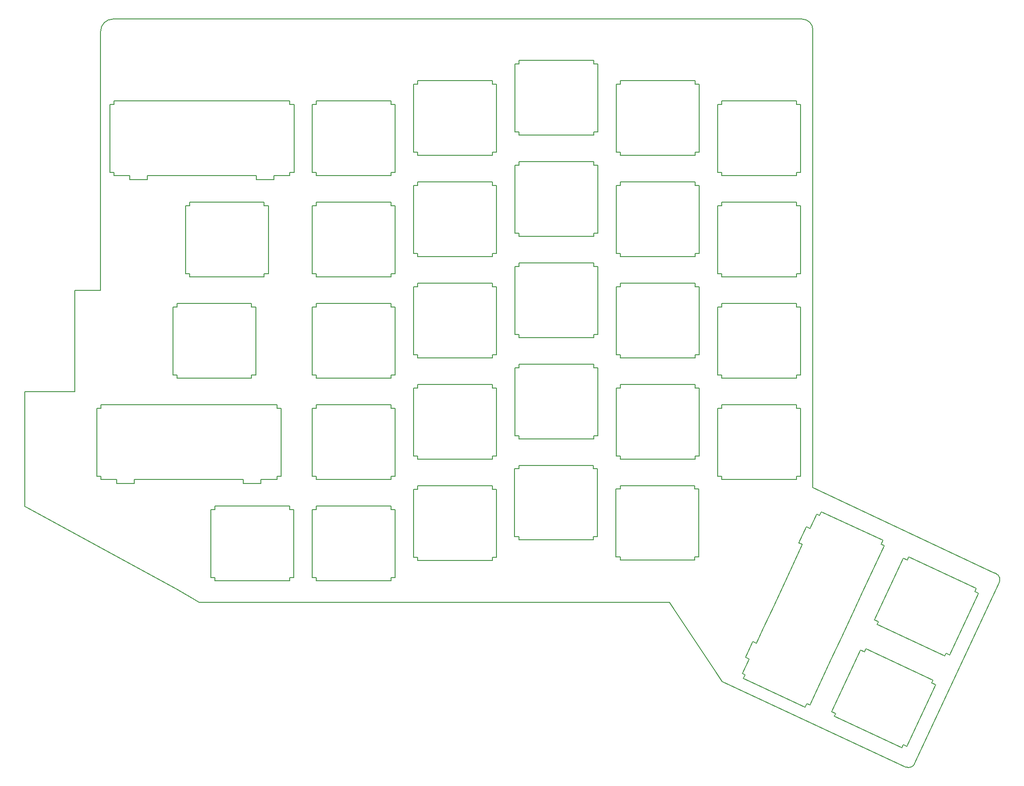
<source format=gbr>
G04 #@! TF.GenerationSoftware,KiCad,Pcbnew,(5.1.5)-3*
G04 #@! TF.CreationDate,2020-01-18T12:47:07+05:30*
G04 #@! TF.ProjectId,ergocape,6572676f-6361-4706-952e-6b696361645f,rev?*
G04 #@! TF.SameCoordinates,Original*
G04 #@! TF.FileFunction,Profile,NP*
%FSLAX46Y46*%
G04 Gerber Fmt 4.6, Leading zero omitted, Abs format (unit mm)*
G04 Created by KiCad (PCBNEW (5.1.5)-3) date 2020-01-18 12:47:07*
%MOMM*%
%LPD*%
G04 APERTURE LIST*
%ADD10C,0.200000*%
%ADD11C,0.150000*%
G04 APERTURE END LIST*
D10*
X31750000Y-68326000D02*
X36576000Y-68326000D01*
D11*
X38862000Y-17272000D02*
X39370000Y-17272000D01*
X36576000Y-48895000D02*
X36576000Y-19558000D01*
D10*
X36576000Y-51943000D02*
X36576000Y-48895000D01*
X36576000Y-68326000D02*
X36576000Y-51943000D01*
X31750000Y-87376000D02*
X31750000Y-68326000D01*
X22352000Y-87376000D02*
X31750000Y-87376000D01*
X22352000Y-87503000D02*
X22352000Y-87376000D01*
X22352000Y-98044000D02*
X22352000Y-87503000D01*
D11*
X157988000Y-17272000D02*
X168402000Y-17272000D01*
X147574000Y-17272000D02*
X157988000Y-17272000D01*
X136906000Y-17272000D02*
X147574000Y-17272000D01*
X127000000Y-17272000D02*
X136906000Y-17272000D01*
X204852770Y-121558610D02*
G75*
G02X205467055Y-123246347I-536726J-1151011D01*
G01*
X204392365Y-121343921D02*
X204852770Y-121558610D01*
X170434000Y-19304000D02*
X170434000Y-105410000D01*
X153365200Y-141833600D02*
X143510000Y-127000000D01*
X153585583Y-141929498D02*
X153365200Y-141833600D01*
X205467055Y-123246347D02*
X189577980Y-157304740D01*
X189577980Y-157304740D02*
G75*
G02X187890244Y-157919026I-1151011J536725D01*
G01*
X153585583Y-141929498D02*
X187890244Y-157919026D01*
X170434000Y-105410000D02*
X204392365Y-121343921D01*
X168402000Y-17272000D02*
G75*
G02X170434000Y-19304000I0J-2032000D01*
G01*
X36580000Y-19558000D02*
G75*
G02X38866000Y-17272000I2286000J0D01*
G01*
X127000000Y-17272000D02*
X39370000Y-17272000D01*
X137160000Y-127000000D02*
X143510000Y-127000000D01*
X22352000Y-108966000D02*
X22860000Y-109220000D01*
X22352000Y-106426000D02*
X22352000Y-108966000D01*
X22352000Y-98044000D02*
X22352000Y-106426000D01*
X55118000Y-127000000D02*
X55880000Y-127000000D01*
X53848000Y-126238000D02*
X55118000Y-127000000D01*
X50800000Y-124460000D02*
X53848000Y-126238000D01*
X55880000Y-127000000D02*
X137160000Y-127000000D01*
X22860000Y-109220000D02*
X50800000Y-124460000D01*
D10*
X53100425Y-32687073D02*
X48625247Y-32687073D01*
X65875358Y-47437078D02*
X69175413Y-47437078D01*
X65875358Y-46687254D02*
X65875358Y-47437078D01*
X39100247Y-46086771D02*
X39100247Y-46687254D01*
X72950377Y-46086771D02*
X72950377Y-33287037D01*
X48625247Y-46687254D02*
X53100425Y-46687254D01*
X38300295Y-46086771D02*
X39100247Y-46086771D01*
X38300295Y-33287037D02*
X38300295Y-46086771D01*
X39100247Y-33287037D02*
X38300295Y-33287037D01*
X45375317Y-46687254D02*
X48625247Y-46687254D01*
X72150425Y-46086771D02*
X72950377Y-46086771D01*
X48625247Y-32687073D02*
X39100247Y-32687073D01*
X62625425Y-32687073D02*
X58150247Y-32687073D01*
X72150425Y-33287037D02*
X72150425Y-32687073D01*
X69175413Y-47437078D02*
X69175413Y-46687254D01*
X72950377Y-33287037D02*
X72150425Y-33287037D01*
X58150247Y-32687073D02*
X53100425Y-32687073D01*
X42075259Y-47437078D02*
X45375317Y-47437078D01*
X69175413Y-46687254D02*
X72150425Y-46687254D01*
X42075259Y-46687254D02*
X42075259Y-47437078D01*
X58150247Y-46687254D02*
X62625425Y-46687254D01*
X53100425Y-46687254D02*
X58150247Y-46687254D01*
X39100247Y-46687254D02*
X42075259Y-46687254D01*
X45375317Y-47437078D02*
X45375317Y-46687254D01*
X72150425Y-32687073D02*
X62625425Y-32687073D01*
X39100247Y-32687073D02*
X39100247Y-33287037D01*
X62625425Y-46687254D02*
X65875358Y-46687254D01*
X72150425Y-46687254D02*
X72150425Y-46086771D01*
X91137500Y-46687500D02*
X91137500Y-46087500D01*
X91137500Y-32687500D02*
X77137500Y-32687500D01*
X91137500Y-33287500D02*
X91137500Y-32687500D01*
X91137500Y-46087500D02*
X91937500Y-46087500D01*
X76337500Y-33287500D02*
X76337500Y-46087500D01*
X76337500Y-46087500D02*
X77137500Y-46087500D01*
X91937500Y-33287500D02*
X91137500Y-33287500D01*
X91937500Y-46087500D02*
X91937500Y-33287500D01*
X77137500Y-46687500D02*
X91137500Y-46687500D01*
X77137500Y-46087500D02*
X77137500Y-46687500D01*
X77137500Y-33287500D02*
X76337500Y-33287500D01*
X77137500Y-32687500D02*
X77137500Y-33287500D01*
X110188000Y-42877500D02*
X110188000Y-42277500D01*
X110188000Y-28877500D02*
X96188000Y-28877500D01*
X110188000Y-29477500D02*
X110188000Y-28877500D01*
X110188000Y-42277500D02*
X110988000Y-42277500D01*
X95388000Y-29477500D02*
X95388000Y-42277500D01*
X95388000Y-42277500D02*
X96188000Y-42277500D01*
X110988000Y-29477500D02*
X110188000Y-29477500D01*
X110988000Y-42277500D02*
X110988000Y-29477500D01*
X96188000Y-42877500D02*
X110188000Y-42877500D01*
X96188000Y-42277500D02*
X96188000Y-42877500D01*
X96188000Y-29477500D02*
X95388000Y-29477500D01*
X96188000Y-28877500D02*
X96188000Y-29477500D01*
X129238000Y-39067500D02*
X129238000Y-38467500D01*
X129238000Y-25067500D02*
X115238000Y-25067500D01*
X129238000Y-25667500D02*
X129238000Y-25067500D01*
X129238000Y-38467500D02*
X130038000Y-38467500D01*
X114438000Y-25667500D02*
X114438000Y-38467500D01*
X114438000Y-38467500D02*
X115238000Y-38467500D01*
X130038000Y-25667500D02*
X129238000Y-25667500D01*
X130038000Y-38467500D02*
X130038000Y-25667500D01*
X115238000Y-39067500D02*
X129238000Y-39067500D01*
X115238000Y-38467500D02*
X115238000Y-39067500D01*
X115238000Y-25667500D02*
X114438000Y-25667500D01*
X115238000Y-25067500D02*
X115238000Y-25667500D01*
X148288000Y-42877500D02*
X148288000Y-42277500D01*
X148288000Y-28877500D02*
X134288000Y-28877500D01*
X148288000Y-29477500D02*
X148288000Y-28877500D01*
X148288000Y-42277500D02*
X149088000Y-42277500D01*
X133488000Y-29477500D02*
X133488000Y-42277500D01*
X133488000Y-42277500D02*
X134288000Y-42277500D01*
X149088000Y-29477500D02*
X148288000Y-29477500D01*
X149088000Y-42277500D02*
X149088000Y-29477500D01*
X134288000Y-42877500D02*
X148288000Y-42877500D01*
X134288000Y-42277500D02*
X134288000Y-42877500D01*
X134288000Y-29477500D02*
X133488000Y-29477500D01*
X134288000Y-28877500D02*
X134288000Y-29477500D01*
X167338000Y-46687500D02*
X167338000Y-46087500D01*
X167338000Y-32687500D02*
X153338000Y-32687500D01*
X167338000Y-33287500D02*
X167338000Y-32687500D01*
X167338000Y-46087500D02*
X168138000Y-46087500D01*
X152538000Y-33287500D02*
X152538000Y-46087500D01*
X152538000Y-46087500D02*
X153338000Y-46087500D01*
X168138000Y-33287500D02*
X167338000Y-33287500D01*
X168138000Y-46087500D02*
X168138000Y-33287500D01*
X153338000Y-46687500D02*
X167338000Y-46687500D01*
X153338000Y-46087500D02*
X153338000Y-46687500D01*
X153338000Y-33287500D02*
X152538000Y-33287500D01*
X153338000Y-32687500D02*
X153338000Y-33287500D01*
X91137500Y-84787500D02*
X91137500Y-84187500D01*
X91137500Y-70787500D02*
X77137500Y-70787500D01*
X91137500Y-71387500D02*
X91137500Y-70787500D01*
X91137500Y-84187500D02*
X91937500Y-84187500D01*
X76337500Y-71387500D02*
X76337500Y-84187500D01*
X76337500Y-84187500D02*
X77137500Y-84187500D01*
X91937500Y-71387500D02*
X91137500Y-71387500D01*
X91937500Y-84187500D02*
X91937500Y-71387500D01*
X77137500Y-84787500D02*
X91137500Y-84787500D01*
X77137500Y-84187500D02*
X77137500Y-84787500D01*
X77137500Y-71387500D02*
X76337500Y-71387500D01*
X77137500Y-70787500D02*
X77137500Y-71387500D01*
X91137500Y-122888000D02*
X91137500Y-122288000D01*
X91137500Y-108888000D02*
X77137500Y-108888000D01*
X91137500Y-109488000D02*
X91137500Y-108888000D01*
X91137500Y-122288000D02*
X91937500Y-122288000D01*
X76337500Y-109488000D02*
X76337500Y-122288000D01*
X76337500Y-122288000D02*
X77137500Y-122288000D01*
X91937500Y-109488000D02*
X91137500Y-109488000D01*
X91937500Y-122288000D02*
X91937500Y-109488000D01*
X77137500Y-122888000D02*
X91137500Y-122888000D01*
X77137500Y-122288000D02*
X77137500Y-122888000D01*
X77137500Y-109488000D02*
X76337500Y-109488000D01*
X77137500Y-108888000D02*
X77137500Y-109488000D01*
X167338000Y-103837500D02*
X167338000Y-103237500D01*
X167338000Y-89837500D02*
X153338000Y-89837500D01*
X167338000Y-90437500D02*
X167338000Y-89837500D01*
X167338000Y-103237500D02*
X168138000Y-103237500D01*
X152538000Y-90437500D02*
X152538000Y-103237500D01*
X152538000Y-103237500D02*
X153338000Y-103237500D01*
X168138000Y-90437500D02*
X167338000Y-90437500D01*
X168138000Y-103237500D02*
X168138000Y-90437500D01*
X153338000Y-103837500D02*
X167338000Y-103837500D01*
X153338000Y-103237500D02*
X153338000Y-103837500D01*
X153338000Y-90437500D02*
X152538000Y-90437500D01*
X153338000Y-89837500D02*
X153338000Y-90437500D01*
X129174000Y-115204000D02*
X129174000Y-114604000D01*
X129174000Y-101204000D02*
X115174000Y-101204000D01*
X129174000Y-101804000D02*
X129174000Y-101204000D01*
X129174000Y-114604000D02*
X129974000Y-114604000D01*
X114374000Y-101804000D02*
X114374000Y-114604000D01*
X114374000Y-114604000D02*
X115174000Y-114604000D01*
X129974000Y-101804000D02*
X129174000Y-101804000D01*
X129974000Y-114604000D02*
X129974000Y-101804000D01*
X115174000Y-115204000D02*
X129174000Y-115204000D01*
X115174000Y-114604000D02*
X115174000Y-115204000D01*
X115174000Y-101804000D02*
X114374000Y-101804000D01*
X115174000Y-101204000D02*
X115174000Y-101804000D01*
X148224000Y-119014000D02*
X148224000Y-118414000D01*
X148224000Y-105014000D02*
X134224000Y-105014000D01*
X148224000Y-105614000D02*
X148224000Y-105014000D01*
X148224000Y-118414000D02*
X149024000Y-118414000D01*
X133424000Y-105614000D02*
X133424000Y-118414000D01*
X133424000Y-118414000D02*
X134224000Y-118414000D01*
X149024000Y-105614000D02*
X148224000Y-105614000D01*
X149024000Y-118414000D02*
X149024000Y-105614000D01*
X134224000Y-119014000D02*
X148224000Y-119014000D01*
X134224000Y-118414000D02*
X134224000Y-119014000D01*
X134224000Y-105614000D02*
X133424000Y-105614000D01*
X134224000Y-105014000D02*
X134224000Y-105614000D01*
X129238000Y-96217500D02*
X129238000Y-95617500D01*
X129238000Y-82217500D02*
X115238000Y-82217500D01*
X129238000Y-82817500D02*
X129238000Y-82217500D01*
X129238000Y-95617500D02*
X130038000Y-95617500D01*
X114438000Y-82817500D02*
X114438000Y-95617500D01*
X114438000Y-95617500D02*
X115238000Y-95617500D01*
X130038000Y-82817500D02*
X129238000Y-82817500D01*
X130038000Y-95617500D02*
X130038000Y-82817500D01*
X115238000Y-96217500D02*
X129238000Y-96217500D01*
X115238000Y-95617500D02*
X115238000Y-96217500D01*
X115238000Y-82817500D02*
X114438000Y-82817500D01*
X115238000Y-82217500D02*
X115238000Y-82817500D01*
X64943800Y-84787500D02*
X64943800Y-84187500D01*
X64943800Y-70787500D02*
X50943800Y-70787500D01*
X64943800Y-71387500D02*
X64943800Y-70787500D01*
X64943800Y-84187500D02*
X65743800Y-84187500D01*
X50143800Y-71387500D02*
X50143800Y-84187500D01*
X50143800Y-84187500D02*
X50943800Y-84187500D01*
X65743800Y-71387500D02*
X64943800Y-71387500D01*
X65743800Y-84187500D02*
X65743800Y-71387500D01*
X50943800Y-84787500D02*
X64943800Y-84787500D01*
X50943800Y-84187500D02*
X50943800Y-84787500D01*
X50943800Y-71387500D02*
X50143800Y-71387500D01*
X50943800Y-70787500D02*
X50943800Y-71387500D01*
X72087500Y-122888000D02*
X72087500Y-122288000D01*
X72087500Y-108888000D02*
X58087500Y-108888000D01*
X72087500Y-109488000D02*
X72087500Y-108888000D01*
X72087500Y-122288000D02*
X72887500Y-122288000D01*
X57287500Y-109488000D02*
X57287500Y-122288000D01*
X57287500Y-122288000D02*
X58087500Y-122288000D01*
X72887500Y-109488000D02*
X72087500Y-109488000D01*
X72887500Y-122288000D02*
X72887500Y-109488000D01*
X58087500Y-122888000D02*
X72087500Y-122888000D01*
X58087500Y-122288000D02*
X58087500Y-122888000D01*
X58087500Y-109488000D02*
X57287500Y-109488000D01*
X58087500Y-108888000D02*
X58087500Y-109488000D01*
X129238000Y-77167500D02*
X129238000Y-76567500D01*
X129238000Y-63167500D02*
X115238000Y-63167500D01*
X129238000Y-63767500D02*
X129238000Y-63167500D01*
X129238000Y-76567500D02*
X130038000Y-76567500D01*
X114438000Y-63767500D02*
X114438000Y-76567500D01*
X114438000Y-76567500D02*
X115238000Y-76567500D01*
X130038000Y-63767500D02*
X129238000Y-63767500D01*
X130038000Y-76567500D02*
X130038000Y-63767500D01*
X115238000Y-77167500D02*
X129238000Y-77167500D01*
X115238000Y-76567500D02*
X115238000Y-77167500D01*
X115238000Y-63767500D02*
X114438000Y-63767500D01*
X115238000Y-63167500D02*
X115238000Y-63767500D01*
X129238000Y-58117500D02*
X129238000Y-57517500D01*
X129238000Y-44117500D02*
X115238000Y-44117500D01*
X129238000Y-44717500D02*
X129238000Y-44117500D01*
X129238000Y-57517500D02*
X130038000Y-57517500D01*
X114438000Y-44717500D02*
X114438000Y-57517500D01*
X114438000Y-57517500D02*
X115238000Y-57517500D01*
X130038000Y-44717500D02*
X129238000Y-44717500D01*
X130038000Y-57517500D02*
X130038000Y-44717500D01*
X115238000Y-58117500D02*
X129238000Y-58117500D01*
X115238000Y-57517500D02*
X115238000Y-58117500D01*
X115238000Y-44717500D02*
X114438000Y-44717500D01*
X115238000Y-44117500D02*
X115238000Y-44717500D01*
X148288000Y-80977500D02*
X148288000Y-80377500D01*
X148288000Y-66977500D02*
X134288000Y-66977500D01*
X148288000Y-67577500D02*
X148288000Y-66977500D01*
X148288000Y-80377500D02*
X149088000Y-80377500D01*
X133488000Y-67577500D02*
X133488000Y-80377500D01*
X133488000Y-80377500D02*
X134288000Y-80377500D01*
X149088000Y-67577500D02*
X148288000Y-67577500D01*
X149088000Y-80377500D02*
X149088000Y-67577500D01*
X134288000Y-80977500D02*
X148288000Y-80977500D01*
X134288000Y-80377500D02*
X134288000Y-80977500D01*
X134288000Y-67577500D02*
X133488000Y-67577500D01*
X134288000Y-66977500D02*
X134288000Y-67577500D01*
X167338000Y-84787500D02*
X167338000Y-84187500D01*
X167338000Y-70787500D02*
X153338000Y-70787500D01*
X167338000Y-71387500D02*
X167338000Y-70787500D01*
X167338000Y-84187500D02*
X168138000Y-84187500D01*
X152538000Y-71387500D02*
X152538000Y-84187500D01*
X152538000Y-84187500D02*
X153338000Y-84187500D01*
X168138000Y-71387500D02*
X167338000Y-71387500D01*
X168138000Y-84187500D02*
X168138000Y-71387500D01*
X153338000Y-84787500D02*
X167338000Y-84787500D01*
X153338000Y-84187500D02*
X153338000Y-84787500D01*
X153338000Y-71387500D02*
X152538000Y-71387500D01*
X153338000Y-70787500D02*
X153338000Y-71387500D01*
X91137500Y-65737500D02*
X91137500Y-65137500D01*
X91137500Y-51737500D02*
X77137500Y-51737500D01*
X91137500Y-52337500D02*
X91137500Y-51737500D01*
X91137500Y-65137500D02*
X91937500Y-65137500D01*
X76337500Y-52337500D02*
X76337500Y-65137500D01*
X76337500Y-65137500D02*
X77137500Y-65137500D01*
X91937500Y-52337500D02*
X91137500Y-52337500D01*
X91937500Y-65137500D02*
X91937500Y-52337500D01*
X77137500Y-65737500D02*
X91137500Y-65737500D01*
X77137500Y-65137500D02*
X77137500Y-65737500D01*
X77137500Y-52337500D02*
X76337500Y-52337500D01*
X77137500Y-51737500D02*
X77137500Y-52337500D01*
X148288000Y-61927500D02*
X148288000Y-61327500D01*
X148288000Y-47927500D02*
X134288000Y-47927500D01*
X148288000Y-48527500D02*
X148288000Y-47927500D01*
X148288000Y-61327500D02*
X149088000Y-61327500D01*
X133488000Y-48527500D02*
X133488000Y-61327500D01*
X133488000Y-61327500D02*
X134288000Y-61327500D01*
X149088000Y-48527500D02*
X148288000Y-48527500D01*
X149088000Y-61327500D02*
X149088000Y-48527500D01*
X134288000Y-61927500D02*
X148288000Y-61927500D01*
X134288000Y-61327500D02*
X134288000Y-61927500D01*
X134288000Y-48527500D02*
X133488000Y-48527500D01*
X134288000Y-47927500D02*
X134288000Y-48527500D01*
X110188000Y-80977500D02*
X110188000Y-80377500D01*
X110188000Y-66977500D02*
X96188000Y-66977500D01*
X110188000Y-67577500D02*
X110188000Y-66977500D01*
X110188000Y-80377500D02*
X110988000Y-80377500D01*
X95388000Y-67577500D02*
X95388000Y-80377500D01*
X95388000Y-80377500D02*
X96188000Y-80377500D01*
X110988000Y-67577500D02*
X110188000Y-67577500D01*
X110988000Y-80377500D02*
X110988000Y-67577500D01*
X96188000Y-80977500D02*
X110188000Y-80977500D01*
X96188000Y-80377500D02*
X96188000Y-80977500D01*
X96188000Y-67577500D02*
X95388000Y-67577500D01*
X96188000Y-66977500D02*
X96188000Y-67577500D01*
X167338000Y-65737500D02*
X167338000Y-65137500D01*
X167338000Y-51737500D02*
X153338000Y-51737500D01*
X167338000Y-52337500D02*
X167338000Y-51737500D01*
X167338000Y-65137500D02*
X168138000Y-65137500D01*
X152538000Y-52337500D02*
X152538000Y-65137500D01*
X152538000Y-65137500D02*
X153338000Y-65137500D01*
X168138000Y-52337500D02*
X167338000Y-52337500D01*
X168138000Y-65137500D02*
X168138000Y-52337500D01*
X153338000Y-65737500D02*
X167338000Y-65737500D01*
X153338000Y-65137500D02*
X153338000Y-65737500D01*
X153338000Y-52337500D02*
X152538000Y-52337500D01*
X153338000Y-51737500D02*
X153338000Y-52337500D01*
X53325000Y-65737500D02*
X53325000Y-65137500D01*
X53325000Y-51737500D02*
X67325000Y-51737500D01*
X53325000Y-52337500D02*
X53325000Y-51737500D01*
X53325000Y-65137500D02*
X52525000Y-65137500D01*
X68125000Y-52337500D02*
X68125000Y-65137500D01*
X68125000Y-65137500D02*
X67325000Y-65137500D01*
X52525000Y-52337500D02*
X53325000Y-52337500D01*
X52525000Y-65137500D02*
X52525000Y-52337500D01*
X67325000Y-65737500D02*
X53325000Y-65737500D01*
X67325000Y-65137500D02*
X67325000Y-65737500D01*
X67325000Y-52337500D02*
X68125000Y-52337500D01*
X67325000Y-51737500D02*
X67325000Y-52337500D01*
X195184827Y-137045482D02*
X195438398Y-136501698D01*
X201101482Y-124357173D02*
X188413173Y-118440518D01*
X200847911Y-124900958D02*
X201101482Y-124357173D01*
X195438398Y-136501698D02*
X196163444Y-136839792D01*
X187434556Y-118646208D02*
X182025042Y-130246947D01*
X182025042Y-130246947D02*
X182750089Y-130585042D01*
X201572958Y-125239053D02*
X200847911Y-124900958D01*
X196163444Y-136839792D02*
X201572958Y-125239053D01*
X182496518Y-131128827D02*
X195184827Y-137045482D01*
X182750089Y-130585042D02*
X182496518Y-131128827D01*
X188159602Y-118984302D02*
X187434556Y-118646208D01*
X188413173Y-118440518D02*
X188159602Y-118984302D01*
X187134827Y-154310482D02*
X187388398Y-153766698D01*
X193051482Y-141622173D02*
X180363173Y-135705518D01*
X192797911Y-142165958D02*
X193051482Y-141622173D01*
X187388398Y-153766698D02*
X188113444Y-154104792D01*
X179384556Y-135911208D02*
X173975042Y-147511947D01*
X173975042Y-147511947D02*
X174700089Y-147850042D01*
X193522958Y-142504053D02*
X192797911Y-142165958D01*
X188113444Y-154104792D02*
X193522958Y-142504053D01*
X174446518Y-148393827D02*
X187134827Y-154310482D01*
X174700089Y-147850042D02*
X174446518Y-148393827D01*
X180109602Y-136249302D02*
X179384556Y-135911208D01*
X180363173Y-135705518D02*
X180109602Y-136249302D01*
X148288000Y-100027500D02*
X148288000Y-99427500D01*
X148288000Y-86027500D02*
X134288000Y-86027500D01*
X148288000Y-86627500D02*
X148288000Y-86027500D01*
X148288000Y-99427500D02*
X149088000Y-99427500D01*
X133488000Y-86627500D02*
X133488000Y-99427500D01*
X133488000Y-99427500D02*
X134288000Y-99427500D01*
X149088000Y-86627500D02*
X148288000Y-86627500D01*
X149088000Y-99427500D02*
X149088000Y-86627500D01*
X134288000Y-100027500D02*
X148288000Y-100027500D01*
X134288000Y-99427500D02*
X134288000Y-100027500D01*
X134288000Y-86627500D02*
X133488000Y-86627500D01*
X134288000Y-86027500D02*
X134288000Y-86627500D01*
X110188000Y-61927500D02*
X110188000Y-61327500D01*
X110188000Y-47927500D02*
X96188000Y-47927500D01*
X110188000Y-48527500D02*
X110188000Y-47927500D01*
X110188000Y-61327500D02*
X110988000Y-61327500D01*
X95388000Y-48527500D02*
X95388000Y-61327500D01*
X95388000Y-61327500D02*
X96188000Y-61327500D01*
X110988000Y-48527500D02*
X110188000Y-48527500D01*
X110988000Y-61327500D02*
X110988000Y-48527500D01*
X96188000Y-61927500D02*
X110188000Y-61927500D01*
X96188000Y-61327500D02*
X96188000Y-61927500D01*
X96188000Y-48527500D02*
X95388000Y-48527500D01*
X96188000Y-47927500D02*
X96188000Y-48527500D01*
X110188000Y-119078000D02*
X110188000Y-118478000D01*
X110188000Y-105078000D02*
X96188000Y-105078000D01*
X110188000Y-105678000D02*
X110188000Y-105078000D01*
X110188000Y-118478000D02*
X110988000Y-118478000D01*
X95388000Y-105678000D02*
X95388000Y-118478000D01*
X95388000Y-118478000D02*
X96188000Y-118478000D01*
X110988000Y-105678000D02*
X110188000Y-105678000D01*
X110988000Y-118478000D02*
X110988000Y-105678000D01*
X96188000Y-119078000D02*
X110188000Y-119078000D01*
X96188000Y-118478000D02*
X96188000Y-119078000D01*
X96188000Y-105678000D02*
X95388000Y-105678000D01*
X96188000Y-105078000D02*
X96188000Y-105678000D01*
X110188000Y-100027500D02*
X110188000Y-99427500D01*
X110188000Y-86027500D02*
X96188000Y-86027500D01*
X110188000Y-86627500D02*
X110188000Y-86027500D01*
X110188000Y-99427500D02*
X110988000Y-99427500D01*
X95388000Y-86627500D02*
X95388000Y-99427500D01*
X95388000Y-99427500D02*
X96188000Y-99427500D01*
X110988000Y-86627500D02*
X110188000Y-86627500D01*
X110988000Y-99427500D02*
X110988000Y-86627500D01*
X96188000Y-100027500D02*
X110188000Y-100027500D01*
X96188000Y-99427500D02*
X96188000Y-100027500D01*
X96188000Y-86627500D02*
X95388000Y-86627500D01*
X96188000Y-86027500D02*
X96188000Y-86627500D01*
X91137500Y-103837500D02*
X91137500Y-103237500D01*
X91137500Y-89837500D02*
X77137500Y-89837500D01*
X91137500Y-90437500D02*
X91137500Y-89837500D01*
X91137500Y-103237500D02*
X91937500Y-103237500D01*
X76337500Y-90437500D02*
X76337500Y-103237500D01*
X76337500Y-103237500D02*
X77137500Y-103237500D01*
X91937500Y-90437500D02*
X91137500Y-90437500D01*
X91937500Y-103237500D02*
X91937500Y-90437500D01*
X77137500Y-103837500D02*
X91137500Y-103837500D01*
X77137500Y-103237500D02*
X77137500Y-103837500D01*
X77137500Y-90437500D02*
X76337500Y-90437500D01*
X77137500Y-89837500D02*
X77137500Y-90437500D01*
X177920896Y-128993560D02*
X179812188Y-124937671D01*
X159153931Y-134337960D02*
X157759268Y-137328825D01*
X159833503Y-134654849D02*
X159153931Y-134337960D01*
X171693376Y-110642133D02*
X171149153Y-110388358D01*
X157387693Y-141320769D02*
X168988191Y-146730170D01*
X167123715Y-119020939D02*
X165232423Y-123076828D01*
X172031450Y-109917130D02*
X171693376Y-110642133D01*
X183631949Y-115326531D02*
X172031450Y-109917130D01*
X183293874Y-116051534D02*
X183631949Y-115326531D01*
X168497194Y-116075502D02*
X167123715Y-119020939D01*
X157725767Y-140595766D02*
X157387693Y-141320769D01*
X179812188Y-124937671D02*
X183837627Y-116305090D01*
X173895457Y-137626142D02*
X175786749Y-133570253D01*
X169326266Y-146005168D02*
X169870018Y-146258723D01*
X157759268Y-137328825D02*
X158438839Y-137645715D01*
X168988191Y-146730170D02*
X169326266Y-146005168D01*
X175786749Y-133570253D02*
X177920896Y-128993560D01*
X169212288Y-112767745D02*
X167817623Y-115758613D01*
X158438839Y-137645715D02*
X157181545Y-140341991D01*
X169891859Y-113084634D02*
X169212288Y-112767745D01*
X163098276Y-127653521D02*
X161206984Y-131709410D01*
X165232423Y-123076828D02*
X163098276Y-127653521D01*
X171149153Y-110388358D02*
X169891859Y-113084634D01*
X167817623Y-115758613D02*
X168497194Y-116075502D01*
X169870018Y-146258723D02*
X173895457Y-137626142D01*
X183837627Y-116305090D02*
X183293874Y-116051534D01*
X161206984Y-131709410D02*
X159833503Y-134654849D01*
X157181545Y-140341991D02*
X157725767Y-140595766D01*
X50655625Y-89837073D02*
X46180447Y-89837073D01*
X63430558Y-104587078D02*
X66730613Y-104587078D01*
X63430558Y-103837254D02*
X63430558Y-104587078D01*
X36655447Y-103236771D02*
X36655447Y-103837254D01*
X70505577Y-103236771D02*
X70505577Y-90437037D01*
X46180447Y-103837254D02*
X50655625Y-103837254D01*
X35855495Y-103236771D02*
X36655447Y-103236771D01*
X35855495Y-90437037D02*
X35855495Y-103236771D01*
X36655447Y-90437037D02*
X35855495Y-90437037D01*
X42930517Y-103837254D02*
X46180447Y-103837254D01*
X69705625Y-103236771D02*
X70505577Y-103236771D01*
X46180447Y-89837073D02*
X36655447Y-89837073D01*
X60180625Y-89837073D02*
X55705447Y-89837073D01*
X69705625Y-90437037D02*
X69705625Y-89837073D01*
X66730613Y-104587078D02*
X66730613Y-103837254D01*
X70505577Y-90437037D02*
X69705625Y-90437037D01*
X55705447Y-89837073D02*
X50655625Y-89837073D01*
X39630459Y-104587078D02*
X42930517Y-104587078D01*
X66730613Y-103837254D02*
X69705625Y-103837254D01*
X39630459Y-103837254D02*
X39630459Y-104587078D01*
X55705447Y-103837254D02*
X60180625Y-103837254D01*
X50655625Y-103837254D02*
X55705447Y-103837254D01*
X36655447Y-103837254D02*
X39630459Y-103837254D01*
X42930517Y-104587078D02*
X42930517Y-103837254D01*
X69705625Y-89837073D02*
X60180625Y-89837073D01*
X36655447Y-89837073D02*
X36655447Y-90437037D01*
X60180625Y-103837254D02*
X63430558Y-103837254D01*
X69705625Y-103837254D02*
X69705625Y-103236771D01*
M02*

</source>
